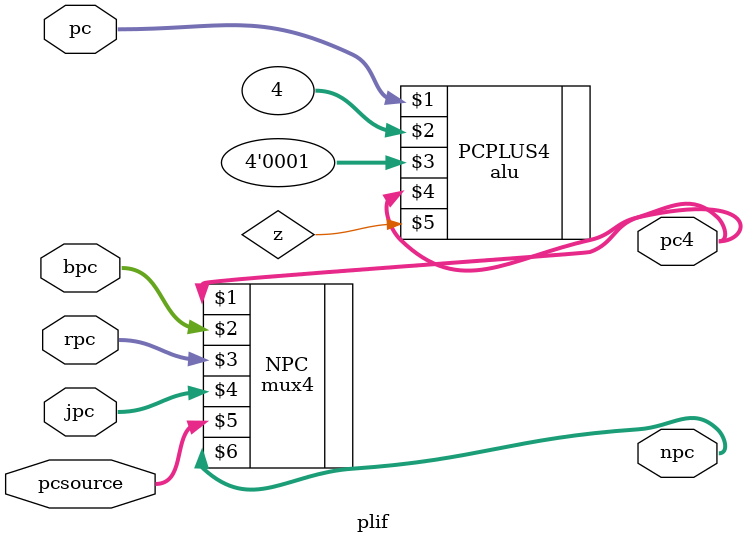
<source format=v>
module plif(pcsource, pc, bpc, rpc, jpc, npc, pc4); 
    input  [31:0] pc, bpc, rpc, jpc; 
    input  [1 :0] pcsource;
	output [31:0] npc, pc4; 
	wire          z;
    mux4 #(32) NPC(pc4, bpc, rpc, jpc, pcsource, npc); 
    alu PCPLUS4(pc, 32'h4, 4'b0001, pc4, z);
	
endmodule
</source>
